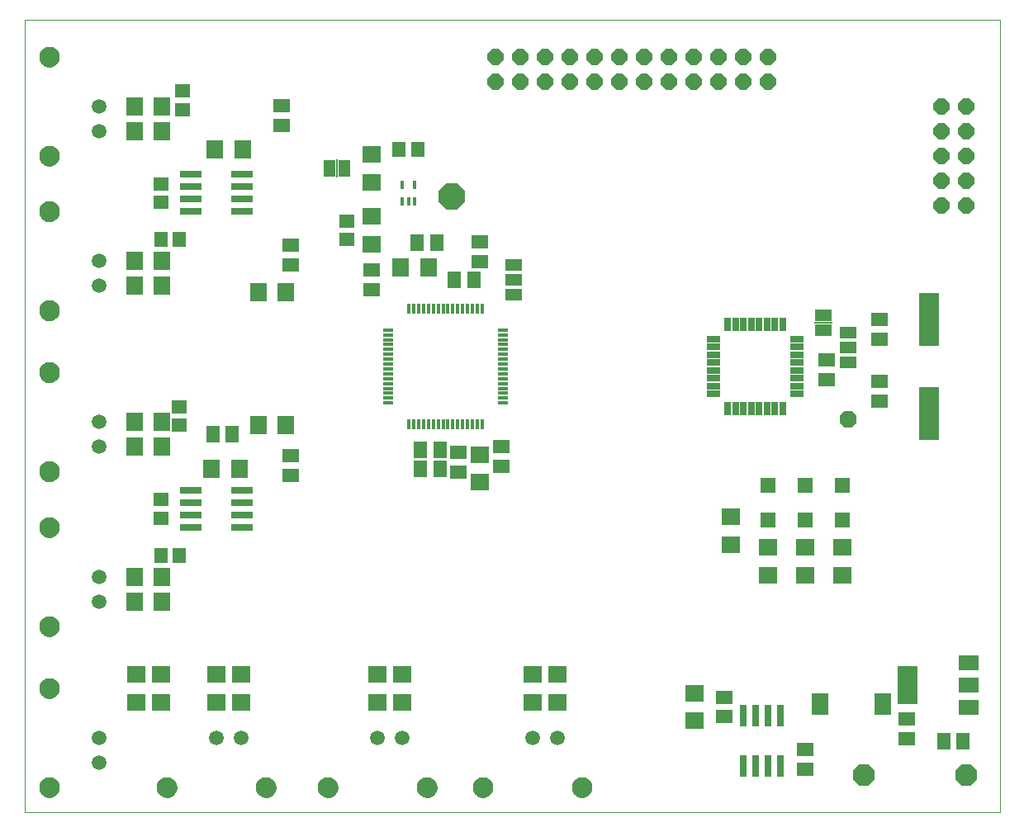
<source format=gts>
G75*
G70*
%OFA0B0*%
%FSLAX24Y24*%
%IPPOS*%
%LPD*%
%AMOC8*
5,1,8,0,0,1.08239X$1,22.5*
%
%ADD10C,0.0000*%
%ADD11R,0.0434X0.0127*%
%ADD12R,0.0127X0.0434*%
%ADD13R,0.0552X0.0670*%
%ADD14R,0.0749X0.0670*%
%ADD15R,0.0670X0.0552*%
%ADD16C,0.0827*%
%ADD17C,0.0594*%
%ADD18R,0.0670X0.0750*%
%ADD19R,0.0276X0.0906*%
%ADD20R,0.0827X0.0631*%
%ADD21R,0.0827X0.1536*%
%ADD22OC8,0.0890*%
%ADD23R,0.0178X0.0355*%
%ADD24R,0.0750X0.0670*%
%ADD25R,0.0552X0.0631*%
%ADD26OC8,0.1040*%
%ADD27R,0.0540X0.0260*%
%ADD28R,0.0260X0.0540*%
%ADD29R,0.0800X0.2140*%
%ADD30OC8,0.0640*%
%ADD31R,0.0670X0.0500*%
%ADD32R,0.0631X0.0631*%
%ADD33OC8,0.0670*%
%ADD34R,0.0670X0.0906*%
%ADD35R,0.0631X0.0552*%
%ADD36R,0.0906X0.0276*%
%ADD37R,0.0720X0.0060*%
%ADD38R,0.0500X0.0670*%
%ADD39R,0.0060X0.0720*%
D10*
X010361Y010361D02*
X010361Y042357D01*
X049731Y042357D01*
X049731Y010361D01*
X010361Y010361D01*
X010967Y011361D02*
X010969Y011400D01*
X010975Y011439D01*
X010985Y011477D01*
X010998Y011514D01*
X011015Y011549D01*
X011035Y011583D01*
X011059Y011614D01*
X011086Y011643D01*
X011115Y011669D01*
X011147Y011692D01*
X011181Y011712D01*
X011217Y011728D01*
X011254Y011740D01*
X011293Y011749D01*
X011332Y011754D01*
X011371Y011755D01*
X011410Y011752D01*
X011449Y011745D01*
X011486Y011734D01*
X011523Y011720D01*
X011558Y011702D01*
X011591Y011681D01*
X011622Y011656D01*
X011650Y011629D01*
X011675Y011599D01*
X011697Y011566D01*
X011716Y011532D01*
X011731Y011496D01*
X011743Y011458D01*
X011751Y011420D01*
X011755Y011381D01*
X011755Y011341D01*
X011751Y011302D01*
X011743Y011264D01*
X011731Y011226D01*
X011716Y011190D01*
X011697Y011156D01*
X011675Y011123D01*
X011650Y011093D01*
X011622Y011066D01*
X011591Y011041D01*
X011558Y011020D01*
X011523Y011002D01*
X011486Y010988D01*
X011449Y010977D01*
X011410Y010970D01*
X011371Y010967D01*
X011332Y010968D01*
X011293Y010973D01*
X011254Y010982D01*
X011217Y010994D01*
X011181Y011010D01*
X011147Y011030D01*
X011115Y011053D01*
X011086Y011079D01*
X011059Y011108D01*
X011035Y011139D01*
X011015Y011173D01*
X010998Y011208D01*
X010985Y011245D01*
X010975Y011283D01*
X010969Y011322D01*
X010967Y011361D01*
X010967Y015361D02*
X010969Y015400D01*
X010975Y015439D01*
X010985Y015477D01*
X010998Y015514D01*
X011015Y015549D01*
X011035Y015583D01*
X011059Y015614D01*
X011086Y015643D01*
X011115Y015669D01*
X011147Y015692D01*
X011181Y015712D01*
X011217Y015728D01*
X011254Y015740D01*
X011293Y015749D01*
X011332Y015754D01*
X011371Y015755D01*
X011410Y015752D01*
X011449Y015745D01*
X011486Y015734D01*
X011523Y015720D01*
X011558Y015702D01*
X011591Y015681D01*
X011622Y015656D01*
X011650Y015629D01*
X011675Y015599D01*
X011697Y015566D01*
X011716Y015532D01*
X011731Y015496D01*
X011743Y015458D01*
X011751Y015420D01*
X011755Y015381D01*
X011755Y015341D01*
X011751Y015302D01*
X011743Y015264D01*
X011731Y015226D01*
X011716Y015190D01*
X011697Y015156D01*
X011675Y015123D01*
X011650Y015093D01*
X011622Y015066D01*
X011591Y015041D01*
X011558Y015020D01*
X011523Y015002D01*
X011486Y014988D01*
X011449Y014977D01*
X011410Y014970D01*
X011371Y014967D01*
X011332Y014968D01*
X011293Y014973D01*
X011254Y014982D01*
X011217Y014994D01*
X011181Y015010D01*
X011147Y015030D01*
X011115Y015053D01*
X011086Y015079D01*
X011059Y015108D01*
X011035Y015139D01*
X011015Y015173D01*
X010998Y015208D01*
X010985Y015245D01*
X010975Y015283D01*
X010969Y015322D01*
X010967Y015361D01*
X010967Y017861D02*
X010969Y017900D01*
X010975Y017939D01*
X010985Y017977D01*
X010998Y018014D01*
X011015Y018049D01*
X011035Y018083D01*
X011059Y018114D01*
X011086Y018143D01*
X011115Y018169D01*
X011147Y018192D01*
X011181Y018212D01*
X011217Y018228D01*
X011254Y018240D01*
X011293Y018249D01*
X011332Y018254D01*
X011371Y018255D01*
X011410Y018252D01*
X011449Y018245D01*
X011486Y018234D01*
X011523Y018220D01*
X011558Y018202D01*
X011591Y018181D01*
X011622Y018156D01*
X011650Y018129D01*
X011675Y018099D01*
X011697Y018066D01*
X011716Y018032D01*
X011731Y017996D01*
X011743Y017958D01*
X011751Y017920D01*
X011755Y017881D01*
X011755Y017841D01*
X011751Y017802D01*
X011743Y017764D01*
X011731Y017726D01*
X011716Y017690D01*
X011697Y017656D01*
X011675Y017623D01*
X011650Y017593D01*
X011622Y017566D01*
X011591Y017541D01*
X011558Y017520D01*
X011523Y017502D01*
X011486Y017488D01*
X011449Y017477D01*
X011410Y017470D01*
X011371Y017467D01*
X011332Y017468D01*
X011293Y017473D01*
X011254Y017482D01*
X011217Y017494D01*
X011181Y017510D01*
X011147Y017530D01*
X011115Y017553D01*
X011086Y017579D01*
X011059Y017608D01*
X011035Y017639D01*
X011015Y017673D01*
X010998Y017708D01*
X010985Y017745D01*
X010975Y017783D01*
X010969Y017822D01*
X010967Y017861D01*
X010967Y021861D02*
X010969Y021900D01*
X010975Y021939D01*
X010985Y021977D01*
X010998Y022014D01*
X011015Y022049D01*
X011035Y022083D01*
X011059Y022114D01*
X011086Y022143D01*
X011115Y022169D01*
X011147Y022192D01*
X011181Y022212D01*
X011217Y022228D01*
X011254Y022240D01*
X011293Y022249D01*
X011332Y022254D01*
X011371Y022255D01*
X011410Y022252D01*
X011449Y022245D01*
X011486Y022234D01*
X011523Y022220D01*
X011558Y022202D01*
X011591Y022181D01*
X011622Y022156D01*
X011650Y022129D01*
X011675Y022099D01*
X011697Y022066D01*
X011716Y022032D01*
X011731Y021996D01*
X011743Y021958D01*
X011751Y021920D01*
X011755Y021881D01*
X011755Y021841D01*
X011751Y021802D01*
X011743Y021764D01*
X011731Y021726D01*
X011716Y021690D01*
X011697Y021656D01*
X011675Y021623D01*
X011650Y021593D01*
X011622Y021566D01*
X011591Y021541D01*
X011558Y021520D01*
X011523Y021502D01*
X011486Y021488D01*
X011449Y021477D01*
X011410Y021470D01*
X011371Y021467D01*
X011332Y021468D01*
X011293Y021473D01*
X011254Y021482D01*
X011217Y021494D01*
X011181Y021510D01*
X011147Y021530D01*
X011115Y021553D01*
X011086Y021579D01*
X011059Y021608D01*
X011035Y021639D01*
X011015Y021673D01*
X010998Y021708D01*
X010985Y021745D01*
X010975Y021783D01*
X010969Y021822D01*
X010967Y021861D01*
X010967Y024111D02*
X010969Y024150D01*
X010975Y024189D01*
X010985Y024227D01*
X010998Y024264D01*
X011015Y024299D01*
X011035Y024333D01*
X011059Y024364D01*
X011086Y024393D01*
X011115Y024419D01*
X011147Y024442D01*
X011181Y024462D01*
X011217Y024478D01*
X011254Y024490D01*
X011293Y024499D01*
X011332Y024504D01*
X011371Y024505D01*
X011410Y024502D01*
X011449Y024495D01*
X011486Y024484D01*
X011523Y024470D01*
X011558Y024452D01*
X011591Y024431D01*
X011622Y024406D01*
X011650Y024379D01*
X011675Y024349D01*
X011697Y024316D01*
X011716Y024282D01*
X011731Y024246D01*
X011743Y024208D01*
X011751Y024170D01*
X011755Y024131D01*
X011755Y024091D01*
X011751Y024052D01*
X011743Y024014D01*
X011731Y023976D01*
X011716Y023940D01*
X011697Y023906D01*
X011675Y023873D01*
X011650Y023843D01*
X011622Y023816D01*
X011591Y023791D01*
X011558Y023770D01*
X011523Y023752D01*
X011486Y023738D01*
X011449Y023727D01*
X011410Y023720D01*
X011371Y023717D01*
X011332Y023718D01*
X011293Y023723D01*
X011254Y023732D01*
X011217Y023744D01*
X011181Y023760D01*
X011147Y023780D01*
X011115Y023803D01*
X011086Y023829D01*
X011059Y023858D01*
X011035Y023889D01*
X011015Y023923D01*
X010998Y023958D01*
X010985Y023995D01*
X010975Y024033D01*
X010969Y024072D01*
X010967Y024111D01*
X010967Y028111D02*
X010969Y028150D01*
X010975Y028189D01*
X010985Y028227D01*
X010998Y028264D01*
X011015Y028299D01*
X011035Y028333D01*
X011059Y028364D01*
X011086Y028393D01*
X011115Y028419D01*
X011147Y028442D01*
X011181Y028462D01*
X011217Y028478D01*
X011254Y028490D01*
X011293Y028499D01*
X011332Y028504D01*
X011371Y028505D01*
X011410Y028502D01*
X011449Y028495D01*
X011486Y028484D01*
X011523Y028470D01*
X011558Y028452D01*
X011591Y028431D01*
X011622Y028406D01*
X011650Y028379D01*
X011675Y028349D01*
X011697Y028316D01*
X011716Y028282D01*
X011731Y028246D01*
X011743Y028208D01*
X011751Y028170D01*
X011755Y028131D01*
X011755Y028091D01*
X011751Y028052D01*
X011743Y028014D01*
X011731Y027976D01*
X011716Y027940D01*
X011697Y027906D01*
X011675Y027873D01*
X011650Y027843D01*
X011622Y027816D01*
X011591Y027791D01*
X011558Y027770D01*
X011523Y027752D01*
X011486Y027738D01*
X011449Y027727D01*
X011410Y027720D01*
X011371Y027717D01*
X011332Y027718D01*
X011293Y027723D01*
X011254Y027732D01*
X011217Y027744D01*
X011181Y027760D01*
X011147Y027780D01*
X011115Y027803D01*
X011086Y027829D01*
X011059Y027858D01*
X011035Y027889D01*
X011015Y027923D01*
X010998Y027958D01*
X010985Y027995D01*
X010975Y028033D01*
X010969Y028072D01*
X010967Y028111D01*
X010967Y030611D02*
X010969Y030650D01*
X010975Y030689D01*
X010985Y030727D01*
X010998Y030764D01*
X011015Y030799D01*
X011035Y030833D01*
X011059Y030864D01*
X011086Y030893D01*
X011115Y030919D01*
X011147Y030942D01*
X011181Y030962D01*
X011217Y030978D01*
X011254Y030990D01*
X011293Y030999D01*
X011332Y031004D01*
X011371Y031005D01*
X011410Y031002D01*
X011449Y030995D01*
X011486Y030984D01*
X011523Y030970D01*
X011558Y030952D01*
X011591Y030931D01*
X011622Y030906D01*
X011650Y030879D01*
X011675Y030849D01*
X011697Y030816D01*
X011716Y030782D01*
X011731Y030746D01*
X011743Y030708D01*
X011751Y030670D01*
X011755Y030631D01*
X011755Y030591D01*
X011751Y030552D01*
X011743Y030514D01*
X011731Y030476D01*
X011716Y030440D01*
X011697Y030406D01*
X011675Y030373D01*
X011650Y030343D01*
X011622Y030316D01*
X011591Y030291D01*
X011558Y030270D01*
X011523Y030252D01*
X011486Y030238D01*
X011449Y030227D01*
X011410Y030220D01*
X011371Y030217D01*
X011332Y030218D01*
X011293Y030223D01*
X011254Y030232D01*
X011217Y030244D01*
X011181Y030260D01*
X011147Y030280D01*
X011115Y030303D01*
X011086Y030329D01*
X011059Y030358D01*
X011035Y030389D01*
X011015Y030423D01*
X010998Y030458D01*
X010985Y030495D01*
X010975Y030533D01*
X010969Y030572D01*
X010967Y030611D01*
X010967Y034611D02*
X010969Y034650D01*
X010975Y034689D01*
X010985Y034727D01*
X010998Y034764D01*
X011015Y034799D01*
X011035Y034833D01*
X011059Y034864D01*
X011086Y034893D01*
X011115Y034919D01*
X011147Y034942D01*
X011181Y034962D01*
X011217Y034978D01*
X011254Y034990D01*
X011293Y034999D01*
X011332Y035004D01*
X011371Y035005D01*
X011410Y035002D01*
X011449Y034995D01*
X011486Y034984D01*
X011523Y034970D01*
X011558Y034952D01*
X011591Y034931D01*
X011622Y034906D01*
X011650Y034879D01*
X011675Y034849D01*
X011697Y034816D01*
X011716Y034782D01*
X011731Y034746D01*
X011743Y034708D01*
X011751Y034670D01*
X011755Y034631D01*
X011755Y034591D01*
X011751Y034552D01*
X011743Y034514D01*
X011731Y034476D01*
X011716Y034440D01*
X011697Y034406D01*
X011675Y034373D01*
X011650Y034343D01*
X011622Y034316D01*
X011591Y034291D01*
X011558Y034270D01*
X011523Y034252D01*
X011486Y034238D01*
X011449Y034227D01*
X011410Y034220D01*
X011371Y034217D01*
X011332Y034218D01*
X011293Y034223D01*
X011254Y034232D01*
X011217Y034244D01*
X011181Y034260D01*
X011147Y034280D01*
X011115Y034303D01*
X011086Y034329D01*
X011059Y034358D01*
X011035Y034389D01*
X011015Y034423D01*
X010998Y034458D01*
X010985Y034495D01*
X010975Y034533D01*
X010969Y034572D01*
X010967Y034611D01*
X010967Y036861D02*
X010969Y036900D01*
X010975Y036939D01*
X010985Y036977D01*
X010998Y037014D01*
X011015Y037049D01*
X011035Y037083D01*
X011059Y037114D01*
X011086Y037143D01*
X011115Y037169D01*
X011147Y037192D01*
X011181Y037212D01*
X011217Y037228D01*
X011254Y037240D01*
X011293Y037249D01*
X011332Y037254D01*
X011371Y037255D01*
X011410Y037252D01*
X011449Y037245D01*
X011486Y037234D01*
X011523Y037220D01*
X011558Y037202D01*
X011591Y037181D01*
X011622Y037156D01*
X011650Y037129D01*
X011675Y037099D01*
X011697Y037066D01*
X011716Y037032D01*
X011731Y036996D01*
X011743Y036958D01*
X011751Y036920D01*
X011755Y036881D01*
X011755Y036841D01*
X011751Y036802D01*
X011743Y036764D01*
X011731Y036726D01*
X011716Y036690D01*
X011697Y036656D01*
X011675Y036623D01*
X011650Y036593D01*
X011622Y036566D01*
X011591Y036541D01*
X011558Y036520D01*
X011523Y036502D01*
X011486Y036488D01*
X011449Y036477D01*
X011410Y036470D01*
X011371Y036467D01*
X011332Y036468D01*
X011293Y036473D01*
X011254Y036482D01*
X011217Y036494D01*
X011181Y036510D01*
X011147Y036530D01*
X011115Y036553D01*
X011086Y036579D01*
X011059Y036608D01*
X011035Y036639D01*
X011015Y036673D01*
X010998Y036708D01*
X010985Y036745D01*
X010975Y036783D01*
X010969Y036822D01*
X010967Y036861D01*
X010967Y040861D02*
X010969Y040900D01*
X010975Y040939D01*
X010985Y040977D01*
X010998Y041014D01*
X011015Y041049D01*
X011035Y041083D01*
X011059Y041114D01*
X011086Y041143D01*
X011115Y041169D01*
X011147Y041192D01*
X011181Y041212D01*
X011217Y041228D01*
X011254Y041240D01*
X011293Y041249D01*
X011332Y041254D01*
X011371Y041255D01*
X011410Y041252D01*
X011449Y041245D01*
X011486Y041234D01*
X011523Y041220D01*
X011558Y041202D01*
X011591Y041181D01*
X011622Y041156D01*
X011650Y041129D01*
X011675Y041099D01*
X011697Y041066D01*
X011716Y041032D01*
X011731Y040996D01*
X011743Y040958D01*
X011751Y040920D01*
X011755Y040881D01*
X011755Y040841D01*
X011751Y040802D01*
X011743Y040764D01*
X011731Y040726D01*
X011716Y040690D01*
X011697Y040656D01*
X011675Y040623D01*
X011650Y040593D01*
X011622Y040566D01*
X011591Y040541D01*
X011558Y040520D01*
X011523Y040502D01*
X011486Y040488D01*
X011449Y040477D01*
X011410Y040470D01*
X011371Y040467D01*
X011332Y040468D01*
X011293Y040473D01*
X011254Y040482D01*
X011217Y040494D01*
X011181Y040510D01*
X011147Y040530D01*
X011115Y040553D01*
X011086Y040579D01*
X011059Y040608D01*
X011035Y040639D01*
X011015Y040673D01*
X010998Y040708D01*
X010985Y040745D01*
X010975Y040783D01*
X010969Y040822D01*
X010967Y040861D01*
X015717Y011361D02*
X015719Y011400D01*
X015725Y011439D01*
X015735Y011477D01*
X015748Y011514D01*
X015765Y011549D01*
X015785Y011583D01*
X015809Y011614D01*
X015836Y011643D01*
X015865Y011669D01*
X015897Y011692D01*
X015931Y011712D01*
X015967Y011728D01*
X016004Y011740D01*
X016043Y011749D01*
X016082Y011754D01*
X016121Y011755D01*
X016160Y011752D01*
X016199Y011745D01*
X016236Y011734D01*
X016273Y011720D01*
X016308Y011702D01*
X016341Y011681D01*
X016372Y011656D01*
X016400Y011629D01*
X016425Y011599D01*
X016447Y011566D01*
X016466Y011532D01*
X016481Y011496D01*
X016493Y011458D01*
X016501Y011420D01*
X016505Y011381D01*
X016505Y011341D01*
X016501Y011302D01*
X016493Y011264D01*
X016481Y011226D01*
X016466Y011190D01*
X016447Y011156D01*
X016425Y011123D01*
X016400Y011093D01*
X016372Y011066D01*
X016341Y011041D01*
X016308Y011020D01*
X016273Y011002D01*
X016236Y010988D01*
X016199Y010977D01*
X016160Y010970D01*
X016121Y010967D01*
X016082Y010968D01*
X016043Y010973D01*
X016004Y010982D01*
X015967Y010994D01*
X015931Y011010D01*
X015897Y011030D01*
X015865Y011053D01*
X015836Y011079D01*
X015809Y011108D01*
X015785Y011139D01*
X015765Y011173D01*
X015748Y011208D01*
X015735Y011245D01*
X015725Y011283D01*
X015719Y011322D01*
X015717Y011361D01*
X019717Y011361D02*
X019719Y011400D01*
X019725Y011439D01*
X019735Y011477D01*
X019748Y011514D01*
X019765Y011549D01*
X019785Y011583D01*
X019809Y011614D01*
X019836Y011643D01*
X019865Y011669D01*
X019897Y011692D01*
X019931Y011712D01*
X019967Y011728D01*
X020004Y011740D01*
X020043Y011749D01*
X020082Y011754D01*
X020121Y011755D01*
X020160Y011752D01*
X020199Y011745D01*
X020236Y011734D01*
X020273Y011720D01*
X020308Y011702D01*
X020341Y011681D01*
X020372Y011656D01*
X020400Y011629D01*
X020425Y011599D01*
X020447Y011566D01*
X020466Y011532D01*
X020481Y011496D01*
X020493Y011458D01*
X020501Y011420D01*
X020505Y011381D01*
X020505Y011341D01*
X020501Y011302D01*
X020493Y011264D01*
X020481Y011226D01*
X020466Y011190D01*
X020447Y011156D01*
X020425Y011123D01*
X020400Y011093D01*
X020372Y011066D01*
X020341Y011041D01*
X020308Y011020D01*
X020273Y011002D01*
X020236Y010988D01*
X020199Y010977D01*
X020160Y010970D01*
X020121Y010967D01*
X020082Y010968D01*
X020043Y010973D01*
X020004Y010982D01*
X019967Y010994D01*
X019931Y011010D01*
X019897Y011030D01*
X019865Y011053D01*
X019836Y011079D01*
X019809Y011108D01*
X019785Y011139D01*
X019765Y011173D01*
X019748Y011208D01*
X019735Y011245D01*
X019725Y011283D01*
X019719Y011322D01*
X019717Y011361D01*
X022217Y011361D02*
X022219Y011400D01*
X022225Y011439D01*
X022235Y011477D01*
X022248Y011514D01*
X022265Y011549D01*
X022285Y011583D01*
X022309Y011614D01*
X022336Y011643D01*
X022365Y011669D01*
X022397Y011692D01*
X022431Y011712D01*
X022467Y011728D01*
X022504Y011740D01*
X022543Y011749D01*
X022582Y011754D01*
X022621Y011755D01*
X022660Y011752D01*
X022699Y011745D01*
X022736Y011734D01*
X022773Y011720D01*
X022808Y011702D01*
X022841Y011681D01*
X022872Y011656D01*
X022900Y011629D01*
X022925Y011599D01*
X022947Y011566D01*
X022966Y011532D01*
X022981Y011496D01*
X022993Y011458D01*
X023001Y011420D01*
X023005Y011381D01*
X023005Y011341D01*
X023001Y011302D01*
X022993Y011264D01*
X022981Y011226D01*
X022966Y011190D01*
X022947Y011156D01*
X022925Y011123D01*
X022900Y011093D01*
X022872Y011066D01*
X022841Y011041D01*
X022808Y011020D01*
X022773Y011002D01*
X022736Y010988D01*
X022699Y010977D01*
X022660Y010970D01*
X022621Y010967D01*
X022582Y010968D01*
X022543Y010973D01*
X022504Y010982D01*
X022467Y010994D01*
X022431Y011010D01*
X022397Y011030D01*
X022365Y011053D01*
X022336Y011079D01*
X022309Y011108D01*
X022285Y011139D01*
X022265Y011173D01*
X022248Y011208D01*
X022235Y011245D01*
X022225Y011283D01*
X022219Y011322D01*
X022217Y011361D01*
X026217Y011361D02*
X026219Y011400D01*
X026225Y011439D01*
X026235Y011477D01*
X026248Y011514D01*
X026265Y011549D01*
X026285Y011583D01*
X026309Y011614D01*
X026336Y011643D01*
X026365Y011669D01*
X026397Y011692D01*
X026431Y011712D01*
X026467Y011728D01*
X026504Y011740D01*
X026543Y011749D01*
X026582Y011754D01*
X026621Y011755D01*
X026660Y011752D01*
X026699Y011745D01*
X026736Y011734D01*
X026773Y011720D01*
X026808Y011702D01*
X026841Y011681D01*
X026872Y011656D01*
X026900Y011629D01*
X026925Y011599D01*
X026947Y011566D01*
X026966Y011532D01*
X026981Y011496D01*
X026993Y011458D01*
X027001Y011420D01*
X027005Y011381D01*
X027005Y011341D01*
X027001Y011302D01*
X026993Y011264D01*
X026981Y011226D01*
X026966Y011190D01*
X026947Y011156D01*
X026925Y011123D01*
X026900Y011093D01*
X026872Y011066D01*
X026841Y011041D01*
X026808Y011020D01*
X026773Y011002D01*
X026736Y010988D01*
X026699Y010977D01*
X026660Y010970D01*
X026621Y010967D01*
X026582Y010968D01*
X026543Y010973D01*
X026504Y010982D01*
X026467Y010994D01*
X026431Y011010D01*
X026397Y011030D01*
X026365Y011053D01*
X026336Y011079D01*
X026309Y011108D01*
X026285Y011139D01*
X026265Y011173D01*
X026248Y011208D01*
X026235Y011245D01*
X026225Y011283D01*
X026219Y011322D01*
X026217Y011361D01*
X028467Y011361D02*
X028469Y011400D01*
X028475Y011439D01*
X028485Y011477D01*
X028498Y011514D01*
X028515Y011549D01*
X028535Y011583D01*
X028559Y011614D01*
X028586Y011643D01*
X028615Y011669D01*
X028647Y011692D01*
X028681Y011712D01*
X028717Y011728D01*
X028754Y011740D01*
X028793Y011749D01*
X028832Y011754D01*
X028871Y011755D01*
X028910Y011752D01*
X028949Y011745D01*
X028986Y011734D01*
X029023Y011720D01*
X029058Y011702D01*
X029091Y011681D01*
X029122Y011656D01*
X029150Y011629D01*
X029175Y011599D01*
X029197Y011566D01*
X029216Y011532D01*
X029231Y011496D01*
X029243Y011458D01*
X029251Y011420D01*
X029255Y011381D01*
X029255Y011341D01*
X029251Y011302D01*
X029243Y011264D01*
X029231Y011226D01*
X029216Y011190D01*
X029197Y011156D01*
X029175Y011123D01*
X029150Y011093D01*
X029122Y011066D01*
X029091Y011041D01*
X029058Y011020D01*
X029023Y011002D01*
X028986Y010988D01*
X028949Y010977D01*
X028910Y010970D01*
X028871Y010967D01*
X028832Y010968D01*
X028793Y010973D01*
X028754Y010982D01*
X028717Y010994D01*
X028681Y011010D01*
X028647Y011030D01*
X028615Y011053D01*
X028586Y011079D01*
X028559Y011108D01*
X028535Y011139D01*
X028515Y011173D01*
X028498Y011208D01*
X028485Y011245D01*
X028475Y011283D01*
X028469Y011322D01*
X028467Y011361D01*
X032467Y011361D02*
X032469Y011400D01*
X032475Y011439D01*
X032485Y011477D01*
X032498Y011514D01*
X032515Y011549D01*
X032535Y011583D01*
X032559Y011614D01*
X032586Y011643D01*
X032615Y011669D01*
X032647Y011692D01*
X032681Y011712D01*
X032717Y011728D01*
X032754Y011740D01*
X032793Y011749D01*
X032832Y011754D01*
X032871Y011755D01*
X032910Y011752D01*
X032949Y011745D01*
X032986Y011734D01*
X033023Y011720D01*
X033058Y011702D01*
X033091Y011681D01*
X033122Y011656D01*
X033150Y011629D01*
X033175Y011599D01*
X033197Y011566D01*
X033216Y011532D01*
X033231Y011496D01*
X033243Y011458D01*
X033251Y011420D01*
X033255Y011381D01*
X033255Y011341D01*
X033251Y011302D01*
X033243Y011264D01*
X033231Y011226D01*
X033216Y011190D01*
X033197Y011156D01*
X033175Y011123D01*
X033150Y011093D01*
X033122Y011066D01*
X033091Y011041D01*
X033058Y011020D01*
X033023Y011002D01*
X032986Y010988D01*
X032949Y010977D01*
X032910Y010970D01*
X032871Y010967D01*
X032832Y010968D01*
X032793Y010973D01*
X032754Y010982D01*
X032717Y010994D01*
X032681Y011010D01*
X032647Y011030D01*
X032615Y011053D01*
X032586Y011079D01*
X032559Y011108D01*
X032535Y011139D01*
X032515Y011173D01*
X032498Y011208D01*
X032485Y011245D01*
X032475Y011283D01*
X032469Y011322D01*
X032467Y011361D01*
D11*
X029684Y026885D03*
X029684Y027081D03*
X029684Y027278D03*
X029684Y027475D03*
X029684Y027672D03*
X029684Y027869D03*
X029684Y028066D03*
X029684Y028263D03*
X029684Y028459D03*
X029684Y028656D03*
X029684Y028853D03*
X029684Y029050D03*
X029684Y029247D03*
X029684Y029444D03*
X029684Y029640D03*
X029684Y029837D03*
X025038Y029837D03*
X025038Y029640D03*
X025038Y029444D03*
X025038Y029247D03*
X025038Y029050D03*
X025038Y028853D03*
X025038Y028656D03*
X025038Y028459D03*
X025038Y028263D03*
X025038Y028066D03*
X025038Y027869D03*
X025038Y027672D03*
X025038Y027475D03*
X025038Y027278D03*
X025038Y027081D03*
X025038Y026885D03*
D12*
X025885Y026038D03*
X026081Y026038D03*
X026278Y026038D03*
X026475Y026038D03*
X026672Y026038D03*
X026869Y026038D03*
X027066Y026038D03*
X027263Y026038D03*
X027459Y026038D03*
X027656Y026038D03*
X027853Y026038D03*
X028050Y026038D03*
X028247Y026038D03*
X028444Y026038D03*
X028640Y026038D03*
X028837Y026038D03*
X028837Y030684D03*
X028640Y030684D03*
X028444Y030684D03*
X028247Y030684D03*
X028050Y030684D03*
X027853Y030684D03*
X027656Y030684D03*
X027459Y030684D03*
X027263Y030684D03*
X027066Y030684D03*
X026869Y030684D03*
X026672Y030684D03*
X026475Y030684D03*
X026278Y030684D03*
X026081Y030684D03*
X025885Y030684D03*
D13*
X027717Y031861D03*
X028505Y031861D03*
X027005Y033361D03*
X026217Y033361D03*
X018755Y025611D03*
X017967Y025611D03*
X026342Y024986D03*
X026342Y024236D03*
X027130Y024236D03*
X027130Y024986D03*
X047467Y013236D03*
X048255Y013236D03*
D14*
X037423Y014060D03*
X037423Y015162D03*
X028736Y023685D03*
X028736Y024787D03*
D15*
X027861Y024880D03*
X027861Y024092D03*
X029611Y024342D03*
X029611Y025130D03*
X024361Y031467D03*
X024361Y032255D03*
X021111Y032467D03*
X021111Y033255D03*
X020736Y038092D03*
X020736Y038880D03*
X028736Y033380D03*
X028736Y032592D03*
X021111Y024755D03*
X021111Y023967D03*
X038611Y015005D03*
X038611Y014217D03*
X041861Y012880D03*
X041861Y012092D03*
X045986Y013342D03*
X045986Y014130D03*
X044861Y026967D03*
X044861Y027755D03*
X044861Y029467D03*
X044861Y030255D03*
X042736Y028630D03*
X042736Y027842D03*
D16*
X032861Y011361D03*
X028861Y011361D03*
X026611Y011361D03*
X022611Y011361D03*
X020111Y011361D03*
X016111Y011361D03*
X011361Y011361D03*
X011361Y015361D03*
X011361Y017861D03*
X011361Y021861D03*
X011361Y024111D03*
X011361Y028111D03*
X011361Y030611D03*
X011361Y034611D03*
X011361Y036861D03*
X011361Y040861D03*
D17*
X013361Y038861D03*
X013361Y037861D03*
X013361Y032611D03*
X013361Y031611D03*
X013361Y026111D03*
X013361Y025111D03*
X013361Y019861D03*
X013361Y018861D03*
X013361Y013361D03*
X013361Y012361D03*
X018111Y013361D03*
X019111Y013361D03*
X024611Y013361D03*
X025611Y013361D03*
X030861Y013361D03*
X031861Y013361D03*
D18*
X019046Y024236D03*
X017926Y024236D03*
X015921Y025111D03*
X015921Y026111D03*
X014801Y026111D03*
X014801Y025111D03*
X019801Y025986D03*
X020921Y025986D03*
X020921Y031361D03*
X019801Y031361D03*
X015921Y031611D03*
X015921Y032611D03*
X014801Y032611D03*
X014801Y031611D03*
X018051Y037111D03*
X019171Y037111D03*
X015921Y037861D03*
X014801Y037861D03*
X014801Y038861D03*
X015921Y038861D03*
X025551Y032361D03*
X026671Y032361D03*
X015921Y019861D03*
X015921Y018861D03*
X014801Y018861D03*
X014801Y019861D03*
D19*
X039361Y014260D03*
X039861Y014260D03*
X040361Y014260D03*
X040861Y014260D03*
X040861Y012212D03*
X040361Y012212D03*
X039861Y012212D03*
X039361Y012212D03*
D20*
X048476Y014580D03*
X048476Y015486D03*
X048476Y016391D03*
D21*
X045996Y015486D03*
D22*
X044236Y011861D03*
X048361Y011861D03*
D23*
X026117Y035026D03*
X025861Y035026D03*
X025605Y035026D03*
X025605Y035696D03*
X026117Y035696D03*
D24*
X024361Y035801D03*
X024361Y036921D03*
X024361Y034421D03*
X024361Y033301D03*
X038861Y022296D03*
X038861Y021176D03*
X040361Y021046D03*
X040361Y019926D03*
X041861Y019926D03*
X041861Y021046D03*
X043361Y021046D03*
X043361Y019926D03*
X031861Y015921D03*
X030861Y015921D03*
X030861Y014801D03*
X031861Y014801D03*
X025611Y014801D03*
X024611Y014801D03*
X024611Y015921D03*
X025611Y015921D03*
X019111Y015921D03*
X018111Y015921D03*
X018111Y014801D03*
X019111Y014801D03*
X015861Y014801D03*
X014861Y014801D03*
X014861Y015921D03*
X015861Y015921D03*
D25*
X015862Y020736D03*
X016610Y020736D03*
X016610Y033486D03*
X015862Y033486D03*
X025487Y037111D03*
X026235Y037111D03*
D26*
X027611Y035236D03*
D27*
X038171Y029463D03*
X038171Y029148D03*
X038171Y028833D03*
X038171Y028518D03*
X038171Y028203D03*
X038171Y027889D03*
X038171Y027574D03*
X038171Y027259D03*
X041551Y027259D03*
X041551Y027574D03*
X041551Y027889D03*
X041551Y028203D03*
X041551Y028518D03*
X041551Y028833D03*
X041551Y029148D03*
X041551Y029463D03*
D28*
X040963Y030051D03*
X040648Y030051D03*
X040333Y030051D03*
X040018Y030051D03*
X039703Y030051D03*
X039389Y030051D03*
X039074Y030051D03*
X038759Y030051D03*
X038759Y026671D03*
X039074Y026671D03*
X039389Y026671D03*
X039703Y026671D03*
X040018Y026671D03*
X040333Y026671D03*
X040648Y026671D03*
X040963Y026671D03*
D29*
X046861Y026461D03*
X046861Y030261D03*
D30*
X047361Y034861D03*
X048361Y034861D03*
X048361Y035861D03*
X048361Y036861D03*
X048361Y037861D03*
X047361Y037861D03*
X047361Y036861D03*
X047361Y035861D03*
X047361Y038861D03*
X048361Y038861D03*
X040361Y039861D03*
X039361Y039861D03*
X038361Y039861D03*
X037361Y039861D03*
X036361Y039861D03*
X035361Y039861D03*
X034361Y039861D03*
X033361Y039861D03*
X032361Y039861D03*
X031361Y039861D03*
X030361Y039861D03*
X029361Y039861D03*
X029361Y040861D03*
X030361Y040861D03*
X031361Y040861D03*
X032361Y040861D03*
X033361Y040861D03*
X034361Y040861D03*
X035361Y040861D03*
X036361Y040861D03*
X037361Y040861D03*
X038361Y040861D03*
X039361Y040861D03*
X040361Y040861D03*
D31*
X030111Y032461D03*
X030111Y031861D03*
X030111Y031261D03*
X042611Y030411D03*
X042611Y029811D03*
X043611Y029711D03*
X043611Y029111D03*
X043611Y028511D03*
D32*
X043361Y023550D03*
X043361Y022172D03*
X041861Y022172D03*
X041861Y023550D03*
X040361Y023550D03*
X040361Y022172D03*
D33*
X043611Y026236D03*
D34*
X042476Y014736D03*
X044996Y014736D03*
D35*
X023361Y033487D03*
X023361Y034235D03*
X016736Y038737D03*
X016736Y039485D03*
X015861Y035735D03*
X015861Y034987D03*
X016611Y026735D03*
X016611Y025987D03*
X015861Y022985D03*
X015861Y022237D03*
D36*
X017087Y022361D03*
X017087Y022861D03*
X017087Y023361D03*
X017087Y021861D03*
X019135Y021861D03*
X019135Y022361D03*
X019135Y022861D03*
X019135Y023361D03*
X019135Y034611D03*
X019135Y035111D03*
X019135Y035611D03*
X019135Y036111D03*
X017087Y036111D03*
X017087Y035611D03*
X017087Y035111D03*
X017087Y034611D03*
D37*
X042611Y030111D03*
D38*
X023286Y036361D03*
X022686Y036361D03*
D39*
X022986Y036361D03*
M02*

</source>
